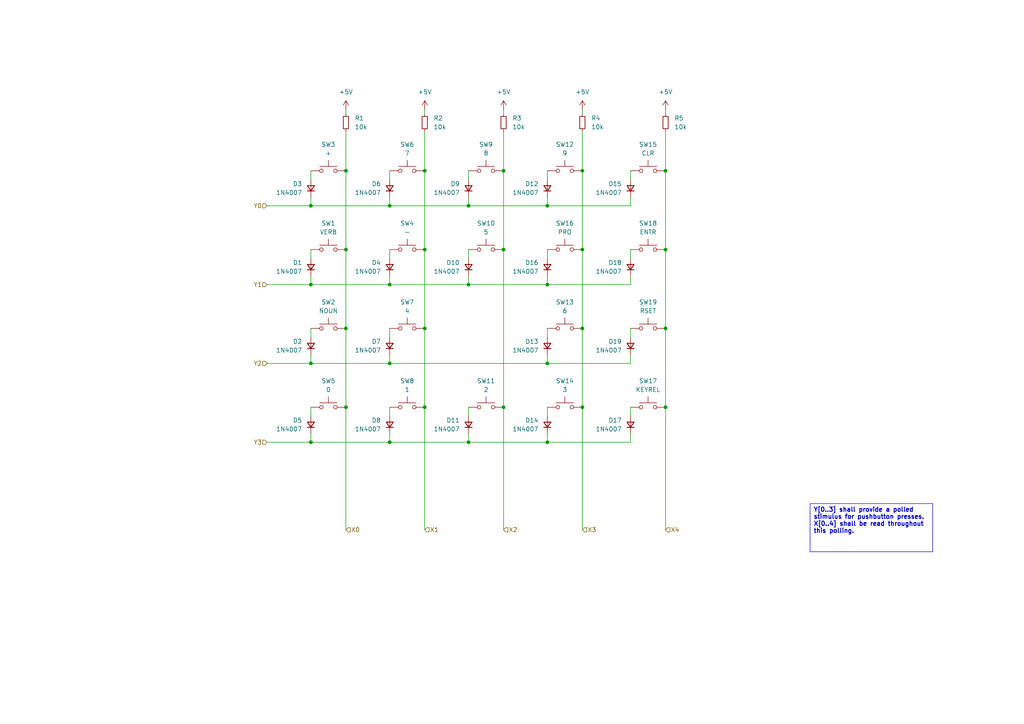
<source format=kicad_sch>
(kicad_sch (version 20230121) (generator eeschema)
  (paper "A4")
  (title_block (title "DSKY Main Board") (date "2024-03-02") (rev "0.2.0") (company "Pablo Ortiz López, Evan MacDonald"))
  (lib_symbols
    (symbol "Device:D_Small" (pin_numbers hide) (pin_names (offset 0.254) hide)
      (property "Reference" "D" (at -1.27 2.032 0))
      (property "Value" "D_Small" (at -3.81 -2.032 0))
      (symbol "D_Small_0_1"
        (polyline (pts (xy -0.762 -1.016) (xy -0.762 1.016)) (stroke (width 0.254)))
        (polyline (pts (xy -0.762 0) (xy 0.762 0)))
        (polyline (pts (xy 0.762 -1.016) (xy -0.762 0) (xy 0.762 1.016) (xy 0.762 -1.016)) (stroke (width 0.254)))
      )
      (symbol "D_Small_1_1"
        (pin passive line (at -2.54 0 0) (length 1.778) (name "K") (number "1"))
        (pin passive line (at 2.54 0 180) (length 1.778) (name "A") (number "2"))
      )
    )
    (symbol "Device:R_Small" (pin_numbers hide) (pin_names (offset 0.254) hide)
      (property "Reference" "R" (at 0.762 0.508 0))
      (property "Value" "R_Small" (at 0.762 -1.016 0))
      (symbol "R_Small_0_1"
        (rectangle (start -0.762 1.778) (end 0.762 -1.778) (stroke (width 0.2032)))
      )
      (symbol "R_Small_1_1"
        (pin passive line (at 0 2.54 270) (length 0.762) (name "~") (number "1"))
        (pin passive line (at 0 -2.54 90) (length 0.762) (name "~") (number "2"))
      )
    )
    (symbol "Switch:SW_Push" (pin_numbers hide) (pin_names (offset 1.016) hide)
      (property "Reference" "SW" (at 1.27 2.54 0))
      (property "Value" "SW_Push" (at 0 -1.524 0))
      (symbol "SW_Push_0_1"
        (circle (center -2.032 0) (radius 0.508))
        (polyline (pts (xy 0 1.27) (xy 0 3.048)))
        (polyline (pts (xy 2.54 1.27) (xy -2.54 1.27)))
        (circle (center 2.032 0) (radius 0.508))
        (pin passive line (at -5.08 0 0) (length 2.54) (name "1") (number "1"))
        (pin passive line (at 5.08 0 180) (length 2.54) (name "2") (number "2"))
      )
    )
    (symbol "power:+5V" (power) (pin_names (offset 0))
      (property "Value" "+5V" (at 0 3.556 0))
      (symbol "+5V_0_1"
        (polyline (pts (xy -0.762 1.27) (xy 0 2.54)))
        (polyline (pts (xy 0 0) (xy 0 2.54)))
        (polyline (pts (xy 0 2.54) (xy 0.762 1.27)))
      )
      (symbol "+5V_1_1"
        (pin power_in line (at 0 0 90) (length 0) hide (name "+5V") (number "1"))
      )
    )
  )
  (junction (at 146.05 118.11))
  (junction (at 168.91 95.25))
  (junction (at 123.19 72.39))
  (junction (at 158.75 105.41))
  (junction (at 123.19 95.25))
  (junction (at 158.75 82.55))
  (junction (at 113.03 128.27))
  (junction (at 100.33 49.53))
  (junction (at 193.04 118.11))
  (junction (at 123.19 49.53))
  (junction (at 158.75 59.69))
  (junction (at 168.91 49.53))
  (junction (at 90.17 128.27))
  (junction (at 123.19 118.11))
  (junction (at 168.91 72.39))
  (junction (at 113.03 59.69))
  (junction (at 135.89 82.55))
  (junction (at 90.17 105.41))
  (junction (at 168.91 118.11))
  (junction (at 90.17 59.69))
  (junction (at 193.04 72.39))
  (junction (at 158.75 128.27))
  (junction (at 193.04 49.53))
  (junction (at 100.33 72.39))
  (junction (at 193.04 95.25))
  (junction (at 100.33 95.25))
  (junction (at 100.33 118.11))
  (junction (at 135.89 59.69))
  (junction (at 135.89 128.27))
  (junction (at 90.17 82.55))
  (junction (at 113.03 105.41))
  (junction (at 146.05 49.53))
  (junction (at 146.05 72.39))
  (junction (at 113.03 82.55))
  (wire (pts (xy 193.04 118.11) (xy 193.04 153.67)))
  (wire (pts (xy 193.04 95.25) (xy 193.04 118.11)))
  (wire (pts (xy 158.75 52.07) (xy 158.75 49.53)))
  (wire (pts (xy 182.88 59.69) (xy 182.88 57.15)))
  (wire (pts (xy 146.05 118.11) (xy 146.05 153.67)))
  (wire (pts (xy 146.05 72.39) (xy 146.05 118.11)))
  (wire (pts (xy 113.03 128.27) (xy 113.03 125.73)))
  (wire (pts (xy 90.17 82.55) (xy 113.03 82.55)))
  (wire (pts (xy 182.88 74.93) (xy 182.88 72.39)))
  (wire (pts (xy 168.91 118.11) (xy 168.91 153.67)))
  (wire (pts (xy 100.33 38.1) (xy 100.33 49.53)))
  (wire (pts (xy 77.47 128.27) (xy 90.17 128.27)))
  (wire (pts (xy 182.88 52.07) (xy 182.88 49.53)))
  (wire (pts (xy 135.89 128.27) (xy 135.89 125.73)))
  (wire (pts (xy 113.03 128.27) (xy 135.89 128.27)))
  (wire (pts (xy 77.47 59.69) (xy 90.17 59.69)))
  (wire (pts (xy 90.17 105.41) (xy 90.17 102.87)))
  (wire (pts (xy 168.91 31.75) (xy 168.91 33.02)))
  (wire (pts (xy 90.17 57.15) (xy 90.17 59.69)))
  (wire (pts (xy 113.03 57.15) (xy 113.03 59.69)))
  (wire (pts (xy 135.89 82.55) (xy 158.75 82.55)))
  (wire (pts (xy 146.05 49.53) (xy 146.05 72.39)))
  (wire (pts (xy 135.89 57.15) (xy 135.89 59.69)))
  (wire (pts (xy 90.17 52.07) (xy 90.17 49.53)))
  (wire (pts (xy 100.33 118.11) (xy 100.33 153.67)))
  (wire (pts (xy 193.04 38.1) (xy 193.04 49.53)))
  (wire (pts (xy 90.17 97.79) (xy 90.17 95.25)))
  (wire (pts (xy 158.75 80.01) (xy 158.75 82.55)))
  (wire (pts (xy 113.03 105.41) (xy 113.03 102.87)))
  (wire (pts (xy 193.04 72.39) (xy 193.04 95.25)))
  (wire (pts (xy 123.19 38.1) (xy 123.19 49.53)))
  (wire (pts (xy 182.88 97.79) (xy 182.88 95.25)))
  (wire (pts (xy 113.03 97.79) (xy 113.03 95.25)))
  (wire (pts (xy 123.19 118.11) (xy 123.19 153.67)))
  (wire (pts (xy 193.04 31.75) (xy 193.04 33.02)))
  (wire (pts (xy 90.17 80.01) (xy 90.17 82.55)))
  (wire (pts (xy 77.47 82.55) (xy 90.17 82.55)))
  (wire (pts (xy 158.75 105.41) (xy 158.75 102.87)))
  (wire (pts (xy 146.05 31.75) (xy 146.05 33.02)))
  (wire (pts (xy 113.03 74.93) (xy 113.03 72.39)))
  (wire (pts (xy 135.89 52.07) (xy 135.89 49.53)))
  (wire (pts (xy 158.75 128.27) (xy 182.88 128.27)))
  (wire (pts (xy 100.33 95.25) (xy 100.33 118.11)))
  (wire (pts (xy 90.17 105.41) (xy 113.03 105.41)))
  (wire (pts (xy 113.03 52.07) (xy 113.03 49.53)))
  (wire (pts (xy 123.19 72.39) (xy 123.19 95.25)))
  (wire (pts (xy 182.88 105.41) (xy 182.88 102.87)))
  (wire (pts (xy 182.88 128.27) (xy 182.88 125.73)))
  (wire (pts (xy 182.88 120.65) (xy 182.88 118.11)))
  (wire (pts (xy 113.03 80.01) (xy 113.03 82.55)))
  (wire (pts (xy 158.75 74.93) (xy 158.75 72.39)))
  (wire (pts (xy 168.91 38.1) (xy 168.91 49.53)))
  (wire (pts (xy 123.19 31.75) (xy 123.19 33.02)))
  (wire (pts (xy 90.17 128.27) (xy 90.17 125.73)))
  (wire (pts (xy 146.05 38.1) (xy 146.05 49.53)))
  (wire (pts (xy 77.47 105.41) (xy 90.17 105.41)))
  (wire (pts (xy 182.88 82.55) (xy 182.88 80.01)))
  (wire (pts (xy 168.91 95.25) (xy 168.91 118.11)))
  (wire (pts (xy 113.03 59.69) (xy 135.89 59.69)))
  (wire (pts (xy 123.19 95.25) (xy 123.19 118.11)))
  (wire (pts (xy 158.75 120.65) (xy 158.75 118.11)))
  (wire (pts (xy 135.89 74.93) (xy 135.89 72.39)))
  (wire (pts (xy 100.33 31.75) (xy 100.33 33.02)))
  (wire (pts (xy 168.91 72.39) (xy 168.91 95.25)))
  (wire (pts (xy 158.75 57.15) (xy 158.75 59.69)))
  (wire (pts (xy 158.75 97.79) (xy 158.75 95.25)))
  (wire (pts (xy 90.17 120.65) (xy 90.17 118.11)))
  (wire (pts (xy 113.03 105.41) (xy 158.75 105.41)))
  (wire (pts (xy 135.89 128.27) (xy 158.75 128.27)))
  (wire (pts (xy 90.17 59.69) (xy 113.03 59.69)))
  (wire (pts (xy 158.75 82.55) (xy 182.88 82.55)))
  (wire (pts (xy 193.04 49.53) (xy 193.04 72.39)))
  (wire (pts (xy 100.33 72.39) (xy 100.33 95.25)))
  (wire (pts (xy 90.17 74.93) (xy 90.17 72.39)))
  (wire (pts (xy 113.03 82.55) (xy 135.89 82.55)))
  (wire (pts (xy 168.91 49.53) (xy 168.91 72.39)))
  (wire (pts (xy 158.75 105.41) (xy 182.88 105.41)))
  (wire (pts (xy 158.75 59.69) (xy 182.88 59.69)))
  (wire (pts (xy 135.89 59.69) (xy 158.75 59.69)))
  (wire (pts (xy 158.75 128.27) (xy 158.75 125.73)))
  (wire (pts (xy 135.89 80.01) (xy 135.89 82.55)))
  (wire (pts (xy 90.17 128.27) (xy 113.03 128.27)))
  (wire (pts (xy 100.33 49.53) (xy 100.33 72.39)))
  (wire (pts (xy 135.89 120.65) (xy 135.89 118.11)))
  (wire (pts (xy 123.19 49.53) (xy 123.19 72.39)))
  (wire (pts (xy 113.03 120.65) (xy 113.03 118.11)))
  (text_box "Y[0..3] shall provide a polled stimulus for pushbutton presses.  X[0..4] shall be read throughout this polling." (at 234.95 146.05 0) (size 35.56 13.97) (effects (font (size 1.27 1.27) (thickness 0.254) bold) (justify left top)))
  (hierarchical_label "X0" (shape input) (at 100.33 153.67 0))
  (hierarchical_label "Y2" (shape input) (at 77.47 105.41 180))
  (hierarchical_label "Y1" (shape input) (at 77.47 82.55 180))
  (hierarchical_label "Y3" (shape input) (at 77.47 128.27 180))
  (hierarchical_label "X4" (shape input) (at 193.04 153.67 0))
  (hierarchical_label "X3" (shape input) (at 168.91 153.67 0))
  (hierarchical_label "Y0" (shape input) (at 77.47 59.69 180))
  (hierarchical_label "X1" (shape input) (at 123.19 153.67 0))
  (hierarchical_label "X2" (shape input) (at 146.05 153.67 0))
  (symbol (lib_id "Device:D_Small") (at 113.03 54.61 90) (unit 1)
    (property "Reference" "D6" (at 110.49 53.34 90) (effects (justify left)))
    (property "Value" "1N4007" (at 110.49 55.88 90) (effects (justify left)))
    (property "Footprint" "Diode_SMD:D_SMA_Handsoldering" (effects hide))
    (property "Sim.Device" "D" (effects hide))
    (property "Sim.Pins" "1=K 2=A" (effects hide))
  )
  (symbol (lib_id "Device:D_Small") (at 90.17 77.47 90) (unit 1)
    (property "Reference" "D1" (at 87.63 76.2 90) (effects (justify left)))
    (property "Value" "1N4007" (at 87.63 78.74 90) (effects (justify left)))
    (property "Footprint" "Diode_SMD:D_SMA_Handsoldering" (effects hide))
    (property "Sim.Device" "D" (effects hide))
    (property "Sim.Pins" "1=K 2=A" (effects hide))
  )
  (symbol (lib_id "Device:R_Small") (at 168.91 35.56 0) (unit 1)
    (property "Reference" "R4" (at 171.45 34.29 0) (effects (justify left)))
    (property "Value" "10k" (at 171.45 36.83 0) (effects (justify left)))
    (property "Footprint" "Resistor_SMD:R_1206_3216Metric" (effects hide))
  )
  (symbol (lib_id "Device:D_Small") (at 158.75 54.61 90) (unit 1)
    (property "Reference" "D12" (at 156.21 53.34 90) (effects (justify left)))
    (property "Value" "1N4007" (at 156.21 55.88 90) (effects (justify left)))
    (property "Footprint" "Diode_SMD:D_SMA_Handsoldering" (effects hide))
    (property "Sim.Device" "D" (effects hide))
    (property "Sim.Pins" "1=K 2=A" (effects hide))
  )
  (symbol (lib_id "power:+5V") (at 100.33 31.75 0) (unit 1)
    (property "Reference" "#PWR01" (effects hide))
    (property "Value" "+5V" (at 100.33 26.67 0))
  )
  (symbol (lib_id "Device:D_Small") (at 113.03 100.33 90) (unit 1)
    (property "Reference" "D7" (at 110.49 99.06 90) (effects (justify left)))
    (property "Value" "1N4007" (at 110.49 101.6 90) (effects (justify left)))
    (property "Footprint" "Diode_SMD:D_SMA_Handsoldering" (effects hide))
    (property "Sim.Device" "D" (effects hide))
    (property "Sim.Pins" "1=K 2=A" (effects hide))
  )
  (symbol (lib_id "Device:D_Small") (at 113.03 77.47 90) (unit 1)
    (property "Reference" "D4" (at 110.49 76.2 90) (effects (justify left)))
    (property "Value" "1N4007" (at 110.49 78.74 90) (effects (justify left)))
    (property "Footprint" "Diode_SMD:D_SMA_Handsoldering" (effects hide))
    (property "Sim.Device" "D" (effects hide))
    (property "Sim.Pins" "1=K 2=A" (effects hide))
  )
  (symbol (lib_id "Switch:SW_Push") (at 140.97 72.39 0) (unit 1)
    (property "Reference" "SW10" (at 140.97 64.77 0))
    (property "Value" "5" (at 140.97 67.31 0))
    (property "Footprint" "Button_Switch_Keyboard:SW_Cherry_MX_1.00u_Plate" (effects hide))
  )
  (symbol (lib_id "Device:D_Small") (at 113.03 123.19 90) (unit 1)
    (property "Reference" "D8" (at 110.49 121.92 90) (effects (justify left)))
    (property "Value" "1N4007" (at 110.49 124.46 90) (effects (justify left)))
    (property "Footprint" "Diode_SMD:D_SMA_Handsoldering" (effects hide))
    (property "Sim.Device" "D" (effects hide))
    (property "Sim.Pins" "1=K 2=A" (effects hide))
  )
  (symbol (lib_id "Switch:SW_Push") (at 187.96 118.11 0) (unit 1)
    (property "Reference" "SW17" (at 187.96 110.49 0))
    (property "Value" "KEYREL" (at 187.96 113.03 0))
    (property "Footprint" "Button_Switch_Keyboard:SW_Cherry_MX_1.00u_Plate" (effects hide))
  )
  (symbol (lib_id "Device:R_Small") (at 100.33 35.56 0) (unit 1)
    (property "Reference" "R1" (at 102.87 34.29 0) (effects (justify left)))
    (property "Value" "10k" (at 102.87 36.83 0) (effects (justify left)))
    (property "Footprint" "Resistor_SMD:R_1206_3216Metric" (effects hide))
  )
  (symbol (lib_id "Switch:SW_Push") (at 95.25 72.39 0) (unit 1)
    (property "Reference" "SW1" (at 95.25 64.77 0))
    (property "Value" "VERB" (at 95.25 67.31 0))
    (property "Footprint" "Button_Switch_Keyboard:SW_Cherry_MX_1.00u_Plate" (effects hide))
  )
  (symbol (lib_id "power:+5V") (at 123.19 31.75 0) (unit 1)
    (property "Reference" "#PWR02" (effects hide))
    (property "Value" "+5V" (at 123.19 26.67 0))
  )
  (symbol (lib_id "Device:R_Small") (at 193.04 35.56 0) (unit 1)
    (property "Reference" "R5" (at 195.58 34.29 0) (effects (justify left)))
    (property "Value" "10k" (at 195.58 36.83 0) (effects (justify left)))
    (property "Footprint" "Resistor_SMD:R_1206_3216Metric" (effects hide))
  )
  (symbol (lib_id "Device:D_Small") (at 135.89 123.19 90) (unit 1)
    (property "Reference" "D11" (at 133.35 121.92 90) (effects (justify left)))
    (property "Value" "1N4007" (at 133.35 124.46 90) (effects (justify left)))
    (property "Footprint" "Diode_SMD:D_SMA_Handsoldering" (effects hide))
    (property "Sim.Device" "D" (effects hide))
    (property "Sim.Pins" "1=K 2=A" (effects hide))
  )
  (symbol (lib_id "Switch:SW_Push") (at 118.11 49.53 0) (unit 1)
    (property "Reference" "SW6" (at 118.11 41.91 0))
    (property "Value" "7" (at 118.11 44.45 0))
    (property "Footprint" "Button_Switch_Keyboard:SW_Cherry_MX_1.00u_Plate" (effects hide))
  )
  (symbol (lib_id "Device:R_Small") (at 146.05 35.56 0) (unit 1)
    (property "Reference" "R3" (at 148.59 34.29 0) (effects (justify left)))
    (property "Value" "10k" (at 148.59 36.83 0) (effects (justify left)))
    (property "Footprint" "Resistor_SMD:R_1206_3216Metric" (effects hide))
  )
  (symbol (lib_id "Switch:SW_Push") (at 95.25 118.11 0) (unit 1)
    (property "Reference" "SW5" (at 95.25 110.49 0))
    (property "Value" "0" (at 95.25 113.03 0))
    (property "Footprint" "Button_Switch_Keyboard:SW_Cherry_MX_1.00u_Plate" (effects hide))
  )
  (symbol (lib_id "Switch:SW_Push") (at 187.96 72.39 0) (unit 1)
    (property "Reference" "SW18" (at 187.96 64.77 0))
    (property "Value" "ENTR" (at 187.96 67.31 0))
    (property "Footprint" "Button_Switch_Keyboard:SW_Cherry_MX_1.00u_Plate" (effects hide))
  )
  (symbol (lib_id "Switch:SW_Push") (at 95.25 49.53 0) (unit 1)
    (property "Reference" "SW3" (at 95.25 41.91 0))
    (property "Value" "+" (at 95.25 44.45 0))
    (property "Footprint" "Button_Switch_Keyboard:SW_Cherry_MX_1.00u_Plate" (effects hide))
  )
  (symbol (lib_id "Switch:SW_Push") (at 163.83 72.39 0) (unit 1)
    (property "Reference" "SW16" (at 163.83 64.77 0))
    (property "Value" "PRO" (at 163.83 67.31 0))
    (property "Footprint" "Button_Switch_Keyboard:SW_Cherry_MX_1.00u_Plate" (effects hide))
  )
  (symbol (lib_id "Switch:SW_Push") (at 118.11 72.39 0) (unit 1)
    (property "Reference" "SW4" (at 118.11 64.77 0))
    (property "Value" "-" (at 118.11 67.31 0))
    (property "Footprint" "Button_Switch_Keyboard:SW_Cherry_MX_1.00u_Plate" (effects hide))
  )
  (symbol (lib_id "Device:D_Small") (at 182.88 77.47 90) (unit 1)
    (property "Reference" "D18" (at 180.34 76.2 90) (effects (justify left)))
    (property "Value" "1N4007" (at 180.34 78.74 90) (effects (justify left)))
    (property "Footprint" "Diode_SMD:D_SMA_Handsoldering" (effects hide))
    (property "Sim.Device" "D" (effects hide))
    (property "Sim.Pins" "1=K 2=A" (effects hide))
  )
  (symbol (lib_id "power:+5V") (at 168.91 31.75 0) (unit 1)
    (property "Reference" "#PWR04" (effects hide))
    (property "Value" "+5V" (at 168.91 26.67 0))
  )
  (symbol (lib_id "power:+5V") (at 146.05 31.75 0) (unit 1)
    (property "Reference" "#PWR03" (effects hide))
    (property "Value" "+5V" (at 146.05 26.67 0))
  )
  (symbol (lib_id "Device:D_Small") (at 135.89 77.47 90) (unit 1)
    (property "Reference" "D10" (at 133.35 76.2 90) (effects (justify left)))
    (property "Value" "1N4007" (at 133.35 78.74 90) (effects (justify left)))
    (property "Footprint" "Diode_SMD:D_SMA_Handsoldering" (effects hide))
    (property "Sim.Device" "D" (effects hide))
    (property "Sim.Pins" "1=K 2=A" (effects hide))
  )
  (symbol (lib_id "Switch:SW_Push") (at 140.97 49.53 0) (unit 1)
    (property "Reference" "SW9" (at 140.97 41.91 0))
    (property "Value" "8" (at 140.97 44.45 0))
    (property "Footprint" "Button_Switch_Keyboard:SW_Cherry_MX_1.00u_Plate" (effects hide))
  )
  (symbol (lib_id "Device:R_Small") (at 123.19 35.56 0) (unit 1)
    (property "Reference" "R2" (at 125.73 34.29 0) (effects (justify left)))
    (property "Value" "10k" (at 125.73 36.83 0) (effects (justify left)))
    (property "Footprint" "Resistor_SMD:R_1206_3216Metric" (effects hide))
  )
  (symbol (lib_id "Switch:SW_Push") (at 118.11 95.25 0) (unit 1)
    (property "Reference" "SW7" (at 118.11 87.63 0))
    (property "Value" "4" (at 118.11 90.17 0))
    (property "Footprint" "Button_Switch_Keyboard:SW_Cherry_MX_1.00u_Plate" (effects hide))
  )
  (symbol (lib_id "power:+5V") (at 193.04 31.75 0) (unit 1)
    (property "Reference" "#PWR05" (effects hide))
    (property "Value" "+5V" (at 193.04 26.67 0))
  )
  (symbol (lib_id "Device:D_Small") (at 158.75 77.47 90) (unit 1)
    (property "Reference" "D16" (at 156.21 76.2 90) (effects (justify left)))
    (property "Value" "1N4007" (at 156.21 78.74 90) (effects (justify left)))
    (property "Footprint" "Diode_SMD:D_SMA_Handsoldering" (effects hide))
    (property "Sim.Device" "D" (effects hide))
    (property "Sim.Pins" "1=K 2=A" (effects hide))
  )
  (symbol (lib_id "Device:D_Small") (at 158.75 100.33 90) (unit 1)
    (property "Reference" "D13" (at 156.21 99.06 90) (effects (justify left)))
    (property "Value" "1N4007" (at 156.21 101.6 90) (effects (justify left)))
    (property "Footprint" "Diode_SMD:D_SMA_Handsoldering" (effects hide))
    (property "Sim.Device" "D" (effects hide))
    (property "Sim.Pins" "1=K 2=A" (effects hide))
  )
  (symbol (lib_id "Switch:SW_Push") (at 140.97 118.11 0) (unit 1)
    (property "Reference" "SW11" (at 140.97 110.49 0))
    (property "Value" "2" (at 140.97 113.03 0))
    (property "Footprint" "Button_Switch_Keyboard:SW_Cherry_MX_1.00u_Plate" (effects hide))
  )
  (symbol (lib_id "Device:D_Small") (at 158.75 123.19 90) (unit 1)
    (property "Reference" "D14" (at 156.21 121.92 90) (effects (justify left)))
    (property "Value" "1N4007" (at 156.21 124.46 90) (effects (justify left)))
    (property "Footprint" "Diode_SMD:D_SMA_Handsoldering" (effects hide))
    (property "Sim.Device" "D" (effects hide))
    (property "Sim.Pins" "1=K 2=A" (effects hide))
  )
  (symbol (lib_id "Switch:SW_Push") (at 163.83 95.25 0) (unit 1)
    (property "Reference" "SW13" (at 163.83 87.63 0))
    (property "Value" "6" (at 163.83 90.17 0))
    (property "Footprint" "Button_Switch_Keyboard:SW_Cherry_MX_1.00u_Plate" (effects hide))
  )
  (symbol (lib_id "Device:D_Small") (at 182.88 100.33 90) (unit 1)
    (property "Reference" "D19" (at 180.34 99.06 90) (effects (justify left)))
    (property "Value" "1N4007" (at 180.34 101.6 90) (effects (justify left)))
    (property "Footprint" "Diode_SMD:D_SMA_Handsoldering" (effects hide))
    (property "Sim.Device" "D" (effects hide))
    (property "Sim.Pins" "1=K 2=A" (effects hide))
  )
  (symbol (lib_id "Device:D_Small") (at 90.17 100.33 90) (unit 1)
    (property "Reference" "D2" (at 87.63 99.06 90) (effects (justify left)))
    (property "Value" "1N4007" (at 87.63 101.6 90) (effects (justify left)))
    (property "Footprint" "Diode_SMD:D_SMA_Handsoldering" (effects hide))
    (property "Sim.Device" "D" (effects hide))
    (property "Sim.Pins" "1=K 2=A" (effects hide))
  )
  (symbol (lib_id "Switch:SW_Push") (at 95.25 95.25 0) (unit 1)
    (property "Reference" "SW2" (at 95.25 87.63 0))
    (property "Value" "NOUN" (at 95.25 90.17 0))
    (property "Footprint" "Button_Switch_Keyboard:SW_Cherry_MX_1.00u_Plate" (effects hide))
  )
  (symbol (lib_id "Switch:SW_Push") (at 163.83 118.11 0) (unit 1)
    (property "Reference" "SW14" (at 163.83 110.49 0))
    (property "Value" "3" (at 163.83 113.03 0))
    (property "Footprint" "Button_Switch_Keyboard:SW_Cherry_MX_1.00u_Plate" (effects hide))
  )
  (symbol (lib_id "Device:D_Small") (at 182.88 123.19 90) (unit 1)
    (property "Reference" "D17" (at 180.34 121.92 90) (effects (justify left)))
    (property "Value" "1N4007" (at 180.34 124.46 90) (effects (justify left)))
    (property "Footprint" "Diode_SMD:D_SMA_Handsoldering" (effects hide))
    (property "Sim.Device" "D" (effects hide))
    (property "Sim.Pins" "1=K 2=A" (effects hide))
  )
  (symbol (lib_id "Device:D_Small") (at 135.89 54.61 90) (unit 1)
    (property "Reference" "D9" (at 133.35 53.34 90) (effects (justify left)))
    (property "Value" "1N4007" (at 133.35 55.88 90) (effects (justify left)))
    (property "Footprint" "Diode_SMD:D_SMA_Handsoldering" (effects hide))
    (property "Sim.Device" "D" (effects hide))
    (property "Sim.Pins" "1=K 2=A" (effects hide))
  )
  (symbol (lib_id "Switch:SW_Push") (at 163.83 49.53 0) (unit 1)
    (property "Reference" "SW12" (at 163.83 41.91 0))
    (property "Value" "9" (at 163.83 44.45 0))
    (property "Footprint" "Button_Switch_Keyboard:SW_Cherry_MX_1.00u_Plate" (effects hide))
  )
  (symbol (lib_id "Device:D_Small") (at 182.88 54.61 90) (unit 1)
    (property "Reference" "D15" (at 180.34 53.34 90) (effects (justify left)))
    (property "Value" "1N4007" (at 180.34 55.88 90) (effects (justify left)))
    (property "Footprint" "Diode_SMD:D_SMA_Handsoldering" (effects hide))
    (property "Sim.Device" "D" (effects hide))
    (property "Sim.Pins" "1=K 2=A" (effects hide))
  )
  (symbol (lib_id "Device:D_Small") (at 90.17 123.19 90) (unit 1)
    (property "Reference" "D5" (at 87.63 121.92 90) (effects (justify left)))
    (property "Value" "1N4007" (at 87.63 124.46 90) (effects (justify left)))
    (property "Footprint" "Diode_SMD:D_SMA_Handsoldering" (effects hide))
    (property "Sim.Device" "D" (effects hide))
    (property "Sim.Pins" "1=K 2=A" (effects hide))
  )
  (symbol (lib_id "Switch:SW_Push") (at 187.96 95.25 0) (unit 1)
    (property "Reference" "SW19" (at 187.96 87.63 0))
    (property "Value" "RSET" (at 187.96 90.17 0))
    (property "Footprint" "Button_Switch_Keyboard:SW_Cherry_MX_1.00u_Plate" (effects hide))
  )
  (symbol (lib_id "Device:D_Small") (at 90.17 54.61 90) (unit 1)
    (property "Reference" "D3" (at 87.63 53.34 90) (effects (justify left)))
    (property "Value" "1N4007" (at 87.63 55.88 90) (effects (justify left)))
    (property "Footprint" "Diode_SMD:D_SMA_Handsoldering" (effects hide))
    (property "Sim.Device" "D" (effects hide))
    (property "Sim.Pins" "1=K 2=A" (effects hide))
  )
  (symbol (lib_id "Switch:SW_Push") (at 187.96 49.53 0) (unit 1)
    (property "Reference" "SW15" (at 187.96 41.91 0))
    (property "Value" "CLR" (at 187.96 44.45 0))
    (property "Footprint" "Button_Switch_Keyboard:SW_Cherry_MX_1.00u_Plate" (effects hide))
  )
  (symbol (lib_id "Switch:SW_Push") (at 118.11 118.11 0) (unit 1)
    (property "Reference" "SW8" (at 118.11 110.49 0))
    (property "Value" "1" (at 118.11 113.03 0))
    (property "Footprint" "Button_Switch_Keyboard:SW_Cherry_MX_1.00u_Plate" (effects hide))
  )
)
</source>
